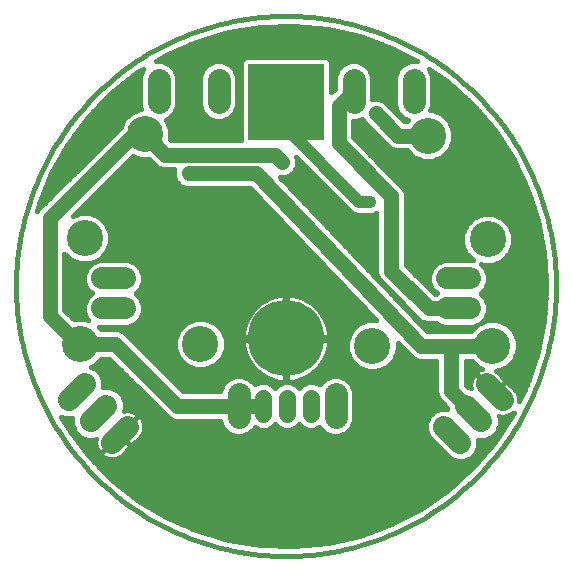
<source format=gtl>
G75*
%MOIN*%
%OFA0B0*%
%FSLAX25Y25*%
%IPPOS*%
%LPD*%
%AMOC8*
5,1,8,0,0,1.08239X$1,22.5*
%
%ADD10C,0.01600*%
%ADD11C,0.07400*%
%ADD12C,0.12000*%
%ADD13C,0.07600*%
%ADD14R,0.25400X0.25400*%
%ADD15C,0.25400*%
%ADD16C,0.07677*%
%ADD17C,0.05543*%
%ADD18C,0.05000*%
%ADD19OC8,0.03562*%
%ADD20OC8,0.09000*%
%ADD21R,0.03562X0.03562*%
%ADD22C,0.04000*%
D10*
X0033496Y0032614D02*
X0155192Y0032614D01*
X0156661Y0033949D02*
X0148427Y0026471D01*
X0139305Y0020107D01*
X0129444Y0014963D01*
X0119005Y0011121D01*
X0108162Y0008646D01*
X0097090Y0007578D01*
X0085974Y0007935D01*
X0074994Y0009710D01*
X0064331Y0012875D01*
X0054160Y0017377D01*
X0044649Y0023143D01*
X0035953Y0030078D01*
X0028215Y0038068D01*
X0021562Y0046981D01*
X0019406Y0050811D01*
X0020908Y0050189D01*
X0023092Y0050189D01*
X0023092Y0048004D01*
X0024021Y0045762D01*
X0025737Y0044046D01*
X0027979Y0043117D01*
X0030405Y0043117D01*
X0030879Y0043314D01*
X0030763Y0042579D01*
X0030763Y0041714D01*
X0030899Y0040858D01*
X0031166Y0040035D01*
X0031559Y0039264D01*
X0032068Y0038563D01*
X0032374Y0038257D01*
X0032680Y0037951D01*
X0033380Y0037442D01*
X0034152Y0037049D01*
X0034975Y0036782D01*
X0035830Y0036646D01*
X0036696Y0036646D01*
X0037551Y0036782D01*
X0038374Y0037049D01*
X0039146Y0037442D01*
X0039846Y0037951D01*
X0042768Y0040874D01*
X0038879Y0044763D01*
X0038879Y0044763D01*
X0032374Y0038257D01*
X0038879Y0044763D01*
X0045385Y0051268D01*
X0038880Y0044763D01*
X0038879Y0044763D01*
X0038880Y0044763D01*
X0042769Y0040874D01*
X0045691Y0043796D01*
X0046200Y0044496D01*
X0046593Y0045268D01*
X0046860Y0046091D01*
X0046996Y0046946D01*
X0046996Y0047812D01*
X0046860Y0048667D01*
X0046593Y0049490D01*
X0046200Y0050262D01*
X0045691Y0050962D01*
X0045385Y0051268D01*
X0045079Y0051574D01*
X0044378Y0052083D01*
X0043607Y0052476D01*
X0042784Y0052744D01*
X0041929Y0052879D01*
X0041063Y0052879D01*
X0040328Y0052763D01*
X0040525Y0053237D01*
X0040525Y0055663D01*
X0039596Y0057905D01*
X0037880Y0059621D01*
X0035638Y0060550D01*
X0033454Y0060550D01*
X0033454Y0062734D01*
X0032525Y0064976D01*
X0030809Y0066692D01*
X0029287Y0067323D01*
X0030529Y0067837D01*
X0032750Y0070058D01*
X0035404Y0070058D01*
X0053904Y0051558D01*
X0055283Y0050180D01*
X0057084Y0049434D01*
X0072286Y0049434D01*
X0072286Y0049254D01*
X0073236Y0046961D01*
X0074991Y0045206D01*
X0077284Y0044257D01*
X0079766Y0044257D01*
X0082059Y0045206D01*
X0083814Y0046961D01*
X0083897Y0047164D01*
X0085764Y0046390D01*
X0087821Y0046390D01*
X0089722Y0047178D01*
X0090730Y0048185D01*
X0091737Y0047178D01*
X0093638Y0046390D01*
X0095695Y0046390D01*
X0097596Y0047178D01*
X0098604Y0048185D01*
X0099611Y0047178D01*
X0101512Y0046390D01*
X0103569Y0046390D01*
X0105436Y0047164D01*
X0105520Y0046961D01*
X0107274Y0045206D01*
X0109567Y0044257D01*
X0112049Y0044257D01*
X0114342Y0045206D01*
X0116097Y0046961D01*
X0117047Y0049254D01*
X0117047Y0059413D01*
X0116097Y0061706D01*
X0114342Y0063461D01*
X0112049Y0064411D01*
X0109567Y0064411D01*
X0107274Y0063461D01*
X0105520Y0061706D01*
X0105436Y0061504D01*
X0103569Y0062277D01*
X0101512Y0062277D01*
X0099611Y0061490D01*
X0098604Y0060482D01*
X0097596Y0061490D01*
X0095695Y0062277D01*
X0093638Y0062277D01*
X0091737Y0061490D01*
X0090730Y0060482D01*
X0089722Y0061490D01*
X0087821Y0062277D01*
X0085764Y0062277D01*
X0083897Y0061504D01*
X0083814Y0061706D01*
X0082059Y0063461D01*
X0079766Y0064411D01*
X0077284Y0064411D01*
X0074991Y0063461D01*
X0073236Y0061706D01*
X0072286Y0059413D01*
X0072286Y0059234D01*
X0060088Y0059234D01*
X0041588Y0077734D01*
X0040210Y0079112D01*
X0038409Y0079858D01*
X0032750Y0079858D01*
X0031859Y0080748D01*
X0031895Y0080734D01*
X0041722Y0080734D01*
X0043964Y0081662D01*
X0045680Y0083378D01*
X0046608Y0085620D01*
X0046608Y0088047D01*
X0045680Y0090289D01*
X0044135Y0091834D01*
X0045680Y0093378D01*
X0046608Y0095620D01*
X0046608Y0098047D01*
X0045680Y0100289D01*
X0043964Y0102005D01*
X0041722Y0102934D01*
X0031895Y0102934D01*
X0029653Y0102005D01*
X0027937Y0100289D01*
X0027008Y0098047D01*
X0027008Y0095620D01*
X0027937Y0093378D01*
X0029482Y0091834D01*
X0027937Y0090289D01*
X0027008Y0088047D01*
X0027008Y0085620D01*
X0027937Y0083378D01*
X0028322Y0082993D01*
X0027441Y0083358D01*
X0024100Y0083358D01*
X0023650Y0083172D01*
X0020458Y0086363D01*
X0020458Y0105156D01*
X0022479Y0103135D01*
X0025566Y0101856D01*
X0028908Y0101856D01*
X0031995Y0103135D01*
X0034358Y0105498D01*
X0035637Y0108585D01*
X0035637Y0111927D01*
X0034358Y0115014D01*
X0031995Y0117377D01*
X0028908Y0118656D01*
X0025566Y0118656D01*
X0023422Y0117768D01*
X0043152Y0137497D01*
X0045566Y0136497D01*
X0048708Y0136497D01*
X0049897Y0135308D01*
X0051275Y0133930D01*
X0053076Y0133184D01*
X0057064Y0133184D01*
X0056908Y0132808D01*
X0056908Y0130859D01*
X0057654Y0129058D01*
X0059033Y0127680D01*
X0060834Y0126934D01*
X0082215Y0126934D01*
X0124391Y0082841D01*
X0121418Y0082841D01*
X0118331Y0081562D01*
X0115968Y0079199D01*
X0114689Y0076111D01*
X0114689Y0072770D01*
X0115968Y0069682D01*
X0118331Y0067319D01*
X0121418Y0066041D01*
X0124760Y0066041D01*
X0127847Y0067319D01*
X0130210Y0069682D01*
X0131489Y0072770D01*
X0131489Y0075420D01*
X0135133Y0071610D01*
X0135154Y0071558D01*
X0135805Y0070907D01*
X0136441Y0070242D01*
X0136493Y0070220D01*
X0136533Y0070180D01*
X0137383Y0069828D01*
X0138225Y0069457D01*
X0138281Y0069455D01*
X0138334Y0069434D01*
X0139254Y0069434D01*
X0140174Y0069413D01*
X0140227Y0069434D01*
X0144408Y0069434D01*
X0144408Y0058359D01*
X0145154Y0056558D01*
X0146533Y0055180D01*
X0148092Y0053620D01*
X0148092Y0053479D01*
X0145908Y0053479D01*
X0143666Y0052550D01*
X0141950Y0050834D01*
X0141021Y0048592D01*
X0141021Y0046166D01*
X0141950Y0043924D01*
X0148898Y0036975D01*
X0151140Y0036046D01*
X0153567Y0036046D01*
X0155809Y0036975D01*
X0157525Y0038691D01*
X0158454Y0040933D01*
X0158454Y0043117D01*
X0160638Y0043117D01*
X0162880Y0044046D01*
X0164596Y0045762D01*
X0165525Y0048004D01*
X0165525Y0050431D01*
X0165328Y0050905D01*
X0166063Y0050789D01*
X0166929Y0050789D01*
X0167784Y0050924D01*
X0168607Y0051191D01*
X0169378Y0051585D01*
X0170079Y0052093D01*
X0170138Y0052152D01*
X0169939Y0051739D01*
X0163871Y0042418D01*
X0156661Y0033949D01*
X0156886Y0034213D02*
X0031948Y0034213D01*
X0030400Y0035811D02*
X0158247Y0035811D01*
X0159608Y0037410D02*
X0156244Y0037410D01*
X0157656Y0039008D02*
X0160969Y0039008D01*
X0162329Y0040607D02*
X0158318Y0040607D01*
X0158454Y0042205D02*
X0163690Y0042205D01*
X0164773Y0043804D02*
X0162295Y0043804D01*
X0164236Y0045403D02*
X0165814Y0045403D01*
X0165109Y0047001D02*
X0166854Y0047001D01*
X0167895Y0048600D02*
X0165525Y0048600D01*
X0165525Y0050198D02*
X0168935Y0050198D01*
X0169670Y0051797D02*
X0169966Y0051797D01*
X0171996Y0056011D02*
X0171996Y0056721D01*
X0171860Y0057576D01*
X0171593Y0058400D01*
X0171200Y0059171D01*
X0170691Y0059872D01*
X0167768Y0062794D01*
X0164846Y0065716D01*
X0164400Y0066041D01*
X0164760Y0066041D01*
X0167847Y0067319D01*
X0170210Y0069682D01*
X0171489Y0072770D01*
X0171489Y0076111D01*
X0170210Y0079199D01*
X0167847Y0081562D01*
X0164760Y0082841D01*
X0161418Y0082841D01*
X0159239Y0081938D01*
X0160680Y0083378D01*
X0161608Y0085620D01*
X0161608Y0088047D01*
X0160680Y0090289D01*
X0159135Y0091834D01*
X0160680Y0093378D01*
X0161608Y0095620D01*
X0161608Y0098047D01*
X0160680Y0100289D01*
X0159302Y0101667D01*
X0159847Y0101441D01*
X0163189Y0101441D01*
X0166276Y0102720D01*
X0168639Y0105083D01*
X0169918Y0108170D01*
X0169918Y0111512D01*
X0168639Y0114599D01*
X0166276Y0116962D01*
X0163189Y0118241D01*
X0159847Y0118241D01*
X0156760Y0116962D01*
X0154397Y0114599D01*
X0153118Y0111512D01*
X0153118Y0108170D01*
X0154397Y0105083D01*
X0156546Y0102934D01*
X0146895Y0102934D01*
X0144653Y0102005D01*
X0142937Y0100289D01*
X0142008Y0098047D01*
X0142008Y0095620D01*
X0142937Y0093378D01*
X0144482Y0091834D01*
X0144382Y0091734D01*
X0143838Y0091734D01*
X0134208Y0101363D01*
X0134208Y0125308D01*
X0133462Y0127109D01*
X0116708Y0143863D01*
X0116708Y0149334D01*
X0118042Y0149334D01*
X0119747Y0150040D01*
X0120154Y0149058D01*
X0128884Y0140328D01*
X0130685Y0139582D01*
X0132635Y0139582D01*
X0134539Y0139582D01*
X0136760Y0137361D01*
X0139847Y0136082D01*
X0143189Y0136082D01*
X0146276Y0137361D01*
X0148639Y0139724D01*
X0149918Y0142811D01*
X0149918Y0146153D01*
X0148639Y0149240D01*
X0146276Y0151603D01*
X0143189Y0152882D01*
X0142421Y0152882D01*
X0143008Y0154301D01*
X0143008Y0164367D01*
X0142071Y0166631D01*
X0148427Y0162197D01*
X0156661Y0154719D01*
X0163871Y0146250D01*
X0169939Y0136928D01*
X0174765Y0126907D01*
X0178270Y0116351D01*
X0180396Y0105434D01*
X0181108Y0094334D01*
X0180396Y0083234D01*
X0180396Y0083234D01*
X0178270Y0072317D01*
X0174765Y0061761D01*
X0171996Y0056011D01*
X0171996Y0056592D02*
X0172276Y0056592D01*
X0171661Y0058191D02*
X0173045Y0058191D01*
X0173815Y0059789D02*
X0170751Y0059789D01*
X0169175Y0061388D02*
X0174585Y0061388D01*
X0175172Y0062986D02*
X0167576Y0062986D01*
X0167768Y0062794D02*
X0163879Y0058905D01*
X0157374Y0065410D01*
X0157068Y0065104D01*
X0156559Y0064404D01*
X0156166Y0063632D01*
X0155899Y0062809D01*
X0155763Y0061954D01*
X0155763Y0061088D01*
X0155879Y0060354D01*
X0155405Y0060550D01*
X0155022Y0060550D01*
X0154208Y0061363D01*
X0154208Y0069434D01*
X0156216Y0069434D01*
X0158331Y0067319D01*
X0159640Y0066777D01*
X0159152Y0066618D01*
X0158380Y0066225D01*
X0157680Y0065716D01*
X0157374Y0065410D01*
X0163879Y0058905D01*
X0163879Y0058905D01*
X0163880Y0058905D01*
X0167768Y0062794D01*
X0166362Y0061388D02*
X0166362Y0061388D01*
X0164764Y0059789D02*
X0164764Y0059789D01*
X0162995Y0059789D02*
X0162995Y0059789D01*
X0161397Y0061388D02*
X0161396Y0061388D01*
X0159798Y0062986D02*
X0159798Y0062986D01*
X0158200Y0064585D02*
X0158199Y0064585D01*
X0156691Y0064585D02*
X0154208Y0064585D01*
X0154208Y0066183D02*
X0158323Y0066183D01*
X0157868Y0067782D02*
X0154208Y0067782D01*
X0154208Y0069380D02*
X0156270Y0069380D01*
X0155956Y0062986D02*
X0154208Y0062986D01*
X0154208Y0061388D02*
X0155763Y0061388D01*
X0165104Y0066183D02*
X0176233Y0066183D01*
X0175702Y0064585D02*
X0165978Y0064585D01*
X0168309Y0067782D02*
X0176764Y0067782D01*
X0177295Y0069380D02*
X0169908Y0069380D01*
X0170747Y0070979D02*
X0177825Y0070979D01*
X0178320Y0072577D02*
X0171409Y0072577D01*
X0171489Y0074176D02*
X0178632Y0074176D01*
X0178943Y0075774D02*
X0171489Y0075774D01*
X0170966Y0077373D02*
X0179254Y0077373D01*
X0179566Y0078971D02*
X0170304Y0078971D01*
X0168839Y0080570D02*
X0179877Y0080570D01*
X0180188Y0082168D02*
X0166383Y0082168D01*
X0160841Y0083767D02*
X0180430Y0083767D01*
X0180533Y0085365D02*
X0161503Y0085365D01*
X0161608Y0086964D02*
X0180635Y0086964D01*
X0180738Y0088562D02*
X0161395Y0088562D01*
X0160733Y0090161D02*
X0180840Y0090161D01*
X0180943Y0091759D02*
X0159209Y0091759D01*
X0160659Y0093358D02*
X0181046Y0093358D01*
X0181068Y0094956D02*
X0161333Y0094956D01*
X0161608Y0096555D02*
X0180966Y0096555D01*
X0180863Y0098153D02*
X0161564Y0098153D01*
X0160902Y0099752D02*
X0180760Y0099752D01*
X0180658Y0101350D02*
X0159618Y0101350D01*
X0156531Y0102949D02*
X0134208Y0102949D01*
X0134208Y0104547D02*
X0154932Y0104547D01*
X0153957Y0106146D02*
X0134208Y0106146D01*
X0134208Y0107744D02*
X0153294Y0107744D01*
X0153118Y0109343D02*
X0134208Y0109343D01*
X0134208Y0110941D02*
X0153118Y0110941D01*
X0153544Y0112540D02*
X0134208Y0112540D01*
X0134208Y0114138D02*
X0154206Y0114138D01*
X0155535Y0115737D02*
X0134208Y0115737D01*
X0134208Y0117336D02*
X0157661Y0117336D01*
X0165375Y0117336D02*
X0177943Y0117336D01*
X0178389Y0115737D02*
X0167501Y0115737D01*
X0168830Y0114138D02*
X0178700Y0114138D01*
X0179012Y0112540D02*
X0169492Y0112540D01*
X0169918Y0110941D02*
X0179323Y0110941D01*
X0179634Y0109343D02*
X0169918Y0109343D01*
X0169742Y0107744D02*
X0179946Y0107744D01*
X0180257Y0106146D02*
X0169080Y0106146D01*
X0168104Y0104547D02*
X0180453Y0104547D01*
X0180555Y0102949D02*
X0166505Y0102949D01*
X0177412Y0118934D02*
X0134208Y0118934D01*
X0134208Y0120533D02*
X0176881Y0120533D01*
X0176350Y0122131D02*
X0134208Y0122131D01*
X0134208Y0123730D02*
X0175820Y0123730D01*
X0175289Y0125328D02*
X0134200Y0125328D01*
X0133538Y0126927D02*
X0174755Y0126927D01*
X0173985Y0128525D02*
X0132047Y0128525D01*
X0130448Y0130124D02*
X0173216Y0130124D01*
X0172446Y0131722D02*
X0128850Y0131722D01*
X0127251Y0133321D02*
X0171676Y0133321D01*
X0170906Y0134919D02*
X0125653Y0134919D01*
X0124054Y0136518D02*
X0138795Y0136518D01*
X0136005Y0138116D02*
X0122456Y0138116D01*
X0120857Y0139715D02*
X0130365Y0139715D01*
X0127899Y0141313D02*
X0119259Y0141313D01*
X0117660Y0142912D02*
X0126301Y0142912D01*
X0124702Y0144510D02*
X0116708Y0144510D01*
X0116708Y0146109D02*
X0123104Y0146109D01*
X0121505Y0147707D02*
X0116708Y0147707D01*
X0116708Y0149306D02*
X0120052Y0149306D01*
X0123008Y0156599D02*
X0123008Y0164367D01*
X0122064Y0166646D01*
X0120320Y0168390D01*
X0118042Y0169334D01*
X0115575Y0169334D01*
X0113296Y0168390D01*
X0111552Y0166646D01*
X0110608Y0164367D01*
X0110608Y0160063D01*
X0109408Y0158863D01*
X0109408Y0168751D01*
X0109043Y0169633D01*
X0108368Y0170309D01*
X0107486Y0170674D01*
X0081131Y0170674D01*
X0080249Y0170309D01*
X0079574Y0169633D01*
X0079208Y0168751D01*
X0079208Y0142984D01*
X0056080Y0142984D01*
X0055637Y0143427D01*
X0055637Y0146568D01*
X0054358Y0149655D01*
X0054200Y0149814D01*
X0055320Y0150278D01*
X0057064Y0152022D01*
X0058008Y0154301D01*
X0058008Y0164367D01*
X0057064Y0166646D01*
X0055320Y0168390D01*
X0053042Y0169334D01*
X0050932Y0169334D01*
X0054160Y0171291D01*
X0064331Y0175793D01*
X0074994Y0178958D01*
X0085974Y0180733D01*
X0097090Y0181089D01*
X0108162Y0180021D01*
X0119005Y0177546D01*
X0129444Y0173705D01*
X0137822Y0169334D01*
X0135575Y0169334D01*
X0133296Y0168390D01*
X0131552Y0166646D01*
X0130608Y0164367D01*
X0130608Y0154301D01*
X0131552Y0152022D01*
X0133296Y0150278D01*
X0134808Y0149651D01*
X0134539Y0149382D01*
X0133690Y0149382D01*
X0127084Y0155988D01*
X0125283Y0156734D01*
X0123334Y0156734D01*
X0123008Y0156599D01*
X0123008Y0157298D02*
X0130608Y0157298D01*
X0130608Y0155700D02*
X0127372Y0155700D01*
X0128970Y0154101D02*
X0130691Y0154101D01*
X0130569Y0152503D02*
X0131353Y0152503D01*
X0132167Y0150904D02*
X0132670Y0150904D01*
X0130608Y0158897D02*
X0123008Y0158897D01*
X0123008Y0160495D02*
X0130608Y0160495D01*
X0130608Y0162094D02*
X0123008Y0162094D01*
X0123008Y0163692D02*
X0130608Y0163692D01*
X0130991Y0165291D02*
X0122626Y0165291D01*
X0121821Y0166889D02*
X0131796Y0166889D01*
X0133533Y0168488D02*
X0120084Y0168488D01*
X0113533Y0168488D02*
X0109408Y0168488D01*
X0109408Y0166889D02*
X0111796Y0166889D01*
X0110991Y0165291D02*
X0109408Y0165291D01*
X0109408Y0163692D02*
X0110608Y0163692D01*
X0110608Y0162094D02*
X0109408Y0162094D01*
X0109408Y0160495D02*
X0110608Y0160495D01*
X0109442Y0158897D02*
X0109408Y0158897D01*
X0108590Y0170086D02*
X0136379Y0170086D01*
X0133315Y0171685D02*
X0055051Y0171685D01*
X0055084Y0168488D02*
X0068533Y0168488D01*
X0068296Y0168390D02*
X0066552Y0166646D01*
X0065608Y0164367D01*
X0065608Y0154301D01*
X0066552Y0152022D01*
X0068296Y0150278D01*
X0070575Y0149334D01*
X0073042Y0149334D01*
X0075320Y0150278D01*
X0077064Y0152022D01*
X0078008Y0154301D01*
X0078008Y0164367D01*
X0077064Y0166646D01*
X0075320Y0168390D01*
X0073042Y0169334D01*
X0070575Y0169334D01*
X0068296Y0168390D01*
X0066796Y0166889D02*
X0056821Y0166889D01*
X0057626Y0165291D02*
X0065991Y0165291D01*
X0065608Y0163692D02*
X0058008Y0163692D01*
X0058008Y0162094D02*
X0065608Y0162094D01*
X0065608Y0160495D02*
X0058008Y0160495D01*
X0058008Y0158897D02*
X0065608Y0158897D01*
X0065608Y0157298D02*
X0058008Y0157298D01*
X0058008Y0155700D02*
X0065608Y0155700D01*
X0065691Y0154101D02*
X0057926Y0154101D01*
X0057264Y0152503D02*
X0066353Y0152503D01*
X0067670Y0150904D02*
X0055947Y0150904D01*
X0054503Y0149306D02*
X0079208Y0149306D01*
X0079208Y0150904D02*
X0075947Y0150904D01*
X0077264Y0152503D02*
X0079208Y0152503D01*
X0079208Y0154101D02*
X0077926Y0154101D01*
X0078008Y0155700D02*
X0079208Y0155700D01*
X0079208Y0157298D02*
X0078008Y0157298D01*
X0078008Y0158897D02*
X0079208Y0158897D01*
X0079208Y0160495D02*
X0078008Y0160495D01*
X0078008Y0162094D02*
X0079208Y0162094D01*
X0079208Y0163692D02*
X0078008Y0163692D01*
X0077626Y0165291D02*
X0079208Y0165291D01*
X0079208Y0166889D02*
X0076821Y0166889D01*
X0075084Y0168488D02*
X0079208Y0168488D01*
X0080027Y0170086D02*
X0052174Y0170086D01*
X0046636Y0166729D02*
X0046552Y0166646D01*
X0045608Y0164367D01*
X0045608Y0154301D01*
X0046024Y0153297D01*
X0045566Y0153297D01*
X0042479Y0152018D01*
X0040116Y0149655D01*
X0039173Y0147378D01*
X0011404Y0119609D01*
X0011354Y0119488D01*
X0011930Y0121685D01*
X0016104Y0131995D01*
X0021562Y0141686D01*
X0028215Y0150600D01*
X0035953Y0158590D01*
X0044649Y0165525D01*
X0046636Y0166729D01*
X0045991Y0165291D02*
X0044355Y0165291D01*
X0045608Y0163692D02*
X0042351Y0163692D01*
X0040346Y0162094D02*
X0045608Y0162094D01*
X0045608Y0160495D02*
X0038342Y0160495D01*
X0036337Y0158897D02*
X0045608Y0158897D01*
X0045608Y0157298D02*
X0034702Y0157298D01*
X0033154Y0155700D02*
X0045608Y0155700D01*
X0045691Y0154101D02*
X0031606Y0154101D01*
X0030058Y0152503D02*
X0043649Y0152503D01*
X0041365Y0150904D02*
X0028509Y0150904D01*
X0027249Y0149306D02*
X0039971Y0149306D01*
X0039309Y0147707D02*
X0026056Y0147707D01*
X0024863Y0146109D02*
X0037904Y0146109D01*
X0036305Y0144510D02*
X0023670Y0144510D01*
X0022477Y0142912D02*
X0034707Y0142912D01*
X0033108Y0141313D02*
X0021352Y0141313D01*
X0020452Y0139715D02*
X0031510Y0139715D01*
X0029911Y0138116D02*
X0019552Y0138116D01*
X0018651Y0136518D02*
X0028313Y0136518D01*
X0026714Y0134919D02*
X0017751Y0134919D01*
X0016851Y0133321D02*
X0025116Y0133321D01*
X0023517Y0131722D02*
X0015994Y0131722D01*
X0015347Y0130124D02*
X0021919Y0130124D01*
X0020320Y0128525D02*
X0014699Y0128525D01*
X0014052Y0126927D02*
X0018722Y0126927D01*
X0017123Y0125328D02*
X0013405Y0125328D01*
X0012758Y0123730D02*
X0015524Y0123730D01*
X0013926Y0122131D02*
X0012111Y0122131D01*
X0012327Y0120533D02*
X0011628Y0120533D01*
X0024588Y0118934D02*
X0089867Y0118934D01*
X0091396Y0117336D02*
X0032037Y0117336D01*
X0033636Y0115737D02*
X0092925Y0115737D01*
X0094454Y0114138D02*
X0034721Y0114138D01*
X0035383Y0112540D02*
X0095983Y0112540D01*
X0097512Y0110941D02*
X0035637Y0110941D01*
X0035637Y0109343D02*
X0099041Y0109343D01*
X0100570Y0107744D02*
X0035289Y0107744D01*
X0034627Y0106146D02*
X0102099Y0106146D01*
X0103628Y0104547D02*
X0033408Y0104547D01*
X0031546Y0102949D02*
X0105157Y0102949D01*
X0106686Y0101350D02*
X0044618Y0101350D01*
X0045902Y0099752D02*
X0108215Y0099752D01*
X0109744Y0098153D02*
X0046564Y0098153D01*
X0046608Y0096555D02*
X0111273Y0096555D01*
X0112802Y0094956D02*
X0046333Y0094956D01*
X0045659Y0093358D02*
X0114331Y0093358D01*
X0115860Y0091759D02*
X0044209Y0091759D01*
X0045733Y0090161D02*
X0088592Y0090161D01*
X0088101Y0089957D02*
X0086845Y0089286D01*
X0085660Y0088494D01*
X0084559Y0087591D01*
X0083552Y0086583D01*
X0082648Y0085482D01*
X0081856Y0084297D01*
X0081185Y0083041D01*
X0080639Y0081725D01*
X0080226Y0080361D01*
X0079948Y0078964D01*
X0079808Y0077546D01*
X0079808Y0077313D01*
X0093829Y0077313D01*
X0093829Y0076354D01*
X0094788Y0076354D01*
X0094788Y0062334D01*
X0095021Y0062334D01*
X0096438Y0062473D01*
X0097836Y0062751D01*
X0099199Y0063165D01*
X0100515Y0063710D01*
X0101772Y0064382D01*
X0102956Y0065173D01*
X0104058Y0066077D01*
X0105065Y0067084D01*
X0105969Y0068186D01*
X0106760Y0069370D01*
X0107432Y0070627D01*
X0107977Y0071943D01*
X0108391Y0073306D01*
X0108669Y0074704D01*
X0108808Y0076121D01*
X0108808Y0076354D01*
X0094788Y0076354D01*
X0094788Y0077313D01*
X0108808Y0077313D01*
X0108808Y0077546D01*
X0108669Y0078964D01*
X0108391Y0080361D01*
X0107977Y0081725D01*
X0107432Y0083041D01*
X0106760Y0084297D01*
X0105969Y0085482D01*
X0105065Y0086583D01*
X0104058Y0087591D01*
X0102956Y0088494D01*
X0101772Y0089286D01*
X0100515Y0089957D01*
X0099199Y0090503D01*
X0097836Y0090916D01*
X0096438Y0091194D01*
X0095021Y0091334D01*
X0094788Y0091334D01*
X0094788Y0077313D01*
X0093829Y0077313D01*
X0093829Y0091334D01*
X0093596Y0091334D01*
X0092178Y0091194D01*
X0090781Y0090916D01*
X0089418Y0090503D01*
X0088101Y0089957D01*
X0085762Y0088562D02*
X0046395Y0088562D01*
X0046608Y0086964D02*
X0083932Y0086964D01*
X0082570Y0085365D02*
X0046503Y0085365D01*
X0045841Y0083767D02*
X0081573Y0083767D01*
X0080823Y0082168D02*
X0070314Y0082168D01*
X0070529Y0082079D02*
X0067441Y0083358D01*
X0064100Y0083358D01*
X0061012Y0082079D01*
X0058649Y0079716D01*
X0057370Y0076629D01*
X0057370Y0073287D01*
X0058649Y0070200D01*
X0061012Y0067837D01*
X0064100Y0066558D01*
X0067441Y0066558D01*
X0070529Y0067837D01*
X0072892Y0070200D01*
X0074170Y0073287D01*
X0074170Y0076629D01*
X0072892Y0079716D01*
X0070529Y0082079D01*
X0072038Y0080570D02*
X0080289Y0080570D01*
X0079949Y0078971D02*
X0073200Y0078971D01*
X0073862Y0077373D02*
X0079808Y0077373D01*
X0079808Y0076354D02*
X0079808Y0076121D01*
X0079948Y0074704D01*
X0080226Y0073306D01*
X0080639Y0071943D01*
X0081185Y0070627D01*
X0081856Y0069370D01*
X0082648Y0068186D01*
X0083552Y0067084D01*
X0084559Y0066077D01*
X0085660Y0065173D01*
X0086845Y0064382D01*
X0088101Y0063710D01*
X0089418Y0063165D01*
X0090781Y0062751D01*
X0092178Y0062473D01*
X0093596Y0062334D01*
X0093829Y0062334D01*
X0093829Y0076354D01*
X0079808Y0076354D01*
X0079843Y0075774D02*
X0074170Y0075774D01*
X0074170Y0074176D02*
X0080053Y0074176D01*
X0080447Y0072577D02*
X0073876Y0072577D01*
X0073214Y0070979D02*
X0081039Y0070979D01*
X0081851Y0069380D02*
X0072072Y0069380D01*
X0070395Y0067782D02*
X0082979Y0067782D01*
X0084453Y0066183D02*
X0053139Y0066183D01*
X0054737Y0064585D02*
X0086541Y0064585D01*
X0090007Y0062986D02*
X0082534Y0062986D01*
X0089824Y0061388D02*
X0091635Y0061388D01*
X0093829Y0062986D02*
X0094788Y0062986D01*
X0094788Y0064585D02*
X0093829Y0064585D01*
X0093829Y0066183D02*
X0094788Y0066183D01*
X0094788Y0067782D02*
X0093829Y0067782D01*
X0093829Y0069380D02*
X0094788Y0069380D01*
X0094788Y0070979D02*
X0093829Y0070979D01*
X0093829Y0072577D02*
X0094788Y0072577D01*
X0094788Y0074176D02*
X0093829Y0074176D01*
X0093829Y0075774D02*
X0094788Y0075774D01*
X0094788Y0077373D02*
X0093829Y0077373D01*
X0093829Y0078971D02*
X0094788Y0078971D01*
X0094788Y0080570D02*
X0093829Y0080570D01*
X0093829Y0082168D02*
X0094788Y0082168D01*
X0094788Y0083767D02*
X0093829Y0083767D01*
X0093829Y0085365D02*
X0094788Y0085365D01*
X0094788Y0086964D02*
X0093829Y0086964D01*
X0093829Y0088562D02*
X0094788Y0088562D01*
X0094788Y0090161D02*
X0093829Y0090161D01*
X0004308Y0094334D02*
X0004335Y0096543D01*
X0004416Y0098750D01*
X0004552Y0100955D01*
X0004741Y0103156D01*
X0004985Y0105351D01*
X0005282Y0107540D01*
X0005633Y0109721D01*
X0006037Y0111892D01*
X0006495Y0114053D01*
X0007005Y0116202D01*
X0007568Y0118338D01*
X0008183Y0120460D01*
X0008850Y0122565D01*
X0009569Y0124654D01*
X0010339Y0126725D01*
X0011159Y0128776D01*
X0012029Y0130806D01*
X0012949Y0132814D01*
X0013918Y0134799D01*
X0014935Y0136760D01*
X0016000Y0138695D01*
X0017112Y0140603D01*
X0018271Y0142484D01*
X0019476Y0144335D01*
X0020725Y0146157D01*
X0022019Y0147947D01*
X0023357Y0149705D01*
X0024737Y0151429D01*
X0026159Y0153120D01*
X0027622Y0154774D01*
X0029126Y0156393D01*
X0030668Y0157974D01*
X0032249Y0159516D01*
X0033868Y0161020D01*
X0035522Y0162483D01*
X0037213Y0163905D01*
X0038937Y0165285D01*
X0040695Y0166623D01*
X0042485Y0167917D01*
X0044307Y0169166D01*
X0046158Y0170371D01*
X0048039Y0171530D01*
X0049947Y0172642D01*
X0051882Y0173707D01*
X0053843Y0174724D01*
X0055828Y0175693D01*
X0057836Y0176613D01*
X0059866Y0177483D01*
X0061917Y0178303D01*
X0063988Y0179073D01*
X0066077Y0179792D01*
X0068182Y0180459D01*
X0070304Y0181074D01*
X0072440Y0181637D01*
X0074589Y0182147D01*
X0076750Y0182605D01*
X0078921Y0183009D01*
X0081102Y0183360D01*
X0083291Y0183657D01*
X0085486Y0183901D01*
X0087687Y0184090D01*
X0089892Y0184226D01*
X0092099Y0184307D01*
X0094308Y0184334D01*
X0096517Y0184307D01*
X0098724Y0184226D01*
X0100929Y0184090D01*
X0103130Y0183901D01*
X0105325Y0183657D01*
X0107514Y0183360D01*
X0109695Y0183009D01*
X0111866Y0182605D01*
X0114027Y0182147D01*
X0116176Y0181637D01*
X0118312Y0181074D01*
X0120434Y0180459D01*
X0122539Y0179792D01*
X0124628Y0179073D01*
X0126699Y0178303D01*
X0128750Y0177483D01*
X0130780Y0176613D01*
X0132788Y0175693D01*
X0134773Y0174724D01*
X0136734Y0173707D01*
X0138669Y0172642D01*
X0140577Y0171530D01*
X0142458Y0170371D01*
X0144309Y0169166D01*
X0146131Y0167917D01*
X0147921Y0166623D01*
X0149679Y0165285D01*
X0151403Y0163905D01*
X0153094Y0162483D01*
X0154748Y0161020D01*
X0156367Y0159516D01*
X0157948Y0157974D01*
X0159490Y0156393D01*
X0160994Y0154774D01*
X0162457Y0153120D01*
X0163879Y0151429D01*
X0165259Y0149705D01*
X0166597Y0147947D01*
X0167891Y0146157D01*
X0169140Y0144335D01*
X0170345Y0142484D01*
X0171504Y0140603D01*
X0172616Y0138695D01*
X0173681Y0136760D01*
X0174698Y0134799D01*
X0175667Y0132814D01*
X0176587Y0130806D01*
X0177457Y0128776D01*
X0178277Y0126725D01*
X0179047Y0124654D01*
X0179766Y0122565D01*
X0180433Y0120460D01*
X0181048Y0118338D01*
X0181611Y0116202D01*
X0182121Y0114053D01*
X0182579Y0111892D01*
X0182983Y0109721D01*
X0183334Y0107540D01*
X0183631Y0105351D01*
X0183875Y0103156D01*
X0184064Y0100955D01*
X0184200Y0098750D01*
X0184281Y0096543D01*
X0184308Y0094334D01*
X0184281Y0092125D01*
X0184200Y0089918D01*
X0184064Y0087713D01*
X0183875Y0085512D01*
X0183631Y0083317D01*
X0183334Y0081128D01*
X0182983Y0078947D01*
X0182579Y0076776D01*
X0182121Y0074615D01*
X0181611Y0072466D01*
X0181048Y0070330D01*
X0180433Y0068208D01*
X0179766Y0066103D01*
X0179047Y0064014D01*
X0178277Y0061943D01*
X0177457Y0059892D01*
X0176587Y0057862D01*
X0175667Y0055854D01*
X0174698Y0053869D01*
X0173681Y0051908D01*
X0172616Y0049973D01*
X0171504Y0048065D01*
X0170345Y0046184D01*
X0169140Y0044333D01*
X0167891Y0042511D01*
X0166597Y0040721D01*
X0165259Y0038963D01*
X0163879Y0037239D01*
X0162457Y0035548D01*
X0160994Y0033894D01*
X0159490Y0032275D01*
X0157948Y0030694D01*
X0156367Y0029152D01*
X0154748Y0027648D01*
X0153094Y0026185D01*
X0151403Y0024763D01*
X0149679Y0023383D01*
X0147921Y0022045D01*
X0146131Y0020751D01*
X0144309Y0019502D01*
X0142458Y0018297D01*
X0140577Y0017138D01*
X0138669Y0016026D01*
X0136734Y0014961D01*
X0134773Y0013944D01*
X0132788Y0012975D01*
X0130780Y0012055D01*
X0128750Y0011185D01*
X0126699Y0010365D01*
X0124628Y0009595D01*
X0122539Y0008876D01*
X0120434Y0008209D01*
X0118312Y0007594D01*
X0116176Y0007031D01*
X0114027Y0006521D01*
X0111866Y0006063D01*
X0109695Y0005659D01*
X0107514Y0005308D01*
X0105325Y0005011D01*
X0103130Y0004767D01*
X0100929Y0004578D01*
X0098724Y0004442D01*
X0096517Y0004361D01*
X0094308Y0004334D01*
X0092099Y0004361D01*
X0089892Y0004442D01*
X0087687Y0004578D01*
X0085486Y0004767D01*
X0083291Y0005011D01*
X0081102Y0005308D01*
X0078921Y0005659D01*
X0076750Y0006063D01*
X0074589Y0006521D01*
X0072440Y0007031D01*
X0070304Y0007594D01*
X0068182Y0008209D01*
X0066077Y0008876D01*
X0063988Y0009595D01*
X0061917Y0010365D01*
X0059866Y0011185D01*
X0057836Y0012055D01*
X0055828Y0012975D01*
X0053843Y0013944D01*
X0051882Y0014961D01*
X0049947Y0016026D01*
X0048039Y0017138D01*
X0046158Y0018297D01*
X0044307Y0019502D01*
X0042485Y0020751D01*
X0040695Y0022045D01*
X0038937Y0023383D01*
X0037213Y0024763D01*
X0035522Y0026185D01*
X0033868Y0027648D01*
X0032249Y0029152D01*
X0030668Y0030694D01*
X0029126Y0032275D01*
X0027622Y0033894D01*
X0026159Y0035548D01*
X0024737Y0037239D01*
X0023357Y0038963D01*
X0022019Y0040721D01*
X0020725Y0042511D01*
X0019476Y0044333D01*
X0018271Y0046184D01*
X0017112Y0048065D01*
X0016000Y0049973D01*
X0014935Y0051908D01*
X0013918Y0053869D01*
X0012949Y0055854D01*
X0012029Y0057862D01*
X0011159Y0059892D01*
X0010339Y0061943D01*
X0009569Y0064014D01*
X0008850Y0066103D01*
X0008183Y0068208D01*
X0007568Y0070330D01*
X0007005Y0072466D01*
X0006495Y0074615D01*
X0006037Y0076776D01*
X0005633Y0078947D01*
X0005282Y0081128D01*
X0004985Y0083317D01*
X0004741Y0085512D01*
X0004552Y0087713D01*
X0004416Y0089918D01*
X0004335Y0092125D01*
X0004308Y0094334D01*
X0020458Y0094956D02*
X0027283Y0094956D01*
X0027008Y0096555D02*
X0020458Y0096555D01*
X0020458Y0098153D02*
X0027052Y0098153D01*
X0027714Y0099752D02*
X0020458Y0099752D01*
X0020458Y0101350D02*
X0028998Y0101350D01*
X0022928Y0102949D02*
X0020458Y0102949D01*
X0020458Y0104547D02*
X0021067Y0104547D01*
X0020458Y0093358D02*
X0027958Y0093358D01*
X0029407Y0091759D02*
X0020458Y0091759D01*
X0020458Y0090161D02*
X0027884Y0090161D01*
X0027222Y0088562D02*
X0020458Y0088562D01*
X0020458Y0086964D02*
X0027008Y0086964D01*
X0027114Y0085365D02*
X0021456Y0085365D01*
X0023055Y0083767D02*
X0027776Y0083767D01*
X0032038Y0080570D02*
X0059503Y0080570D01*
X0058341Y0078971D02*
X0040350Y0078971D01*
X0041588Y0077734D02*
X0041588Y0077734D01*
X0041949Y0077373D02*
X0057679Y0077373D01*
X0057370Y0075774D02*
X0043547Y0075774D01*
X0045146Y0074176D02*
X0057370Y0074176D01*
X0057665Y0072577D02*
X0046745Y0072577D01*
X0048343Y0070979D02*
X0058327Y0070979D01*
X0059469Y0069380D02*
X0049942Y0069380D01*
X0051540Y0067782D02*
X0061146Y0067782D01*
X0056336Y0062986D02*
X0074516Y0062986D01*
X0073104Y0061388D02*
X0057934Y0061388D01*
X0059533Y0059789D02*
X0072442Y0059789D01*
X0072557Y0048600D02*
X0046871Y0048600D01*
X0046996Y0047001D02*
X0073220Y0047001D01*
X0074795Y0045403D02*
X0046637Y0045403D01*
X0045697Y0043804D02*
X0142069Y0043804D01*
X0141337Y0045403D02*
X0114538Y0045403D01*
X0116114Y0047001D02*
X0141021Y0047001D01*
X0141024Y0048600D02*
X0116776Y0048600D01*
X0117047Y0050198D02*
X0141686Y0050198D01*
X0142912Y0051797D02*
X0117047Y0051797D01*
X0117047Y0053395D02*
X0145705Y0053395D01*
X0146719Y0054994D02*
X0117047Y0054994D01*
X0117047Y0056592D02*
X0145140Y0056592D01*
X0144478Y0058191D02*
X0117047Y0058191D01*
X0116891Y0059789D02*
X0144408Y0059789D01*
X0144408Y0061388D02*
X0116229Y0061388D01*
X0114817Y0062986D02*
X0144408Y0062986D01*
X0144408Y0064585D02*
X0102076Y0064585D01*
X0104164Y0066183D02*
X0121074Y0066183D01*
X0117868Y0067782D02*
X0105637Y0067782D01*
X0106766Y0069380D02*
X0116270Y0069380D01*
X0115431Y0070979D02*
X0107578Y0070979D01*
X0108170Y0072577D02*
X0114769Y0072577D01*
X0114689Y0074176D02*
X0108564Y0074176D01*
X0108774Y0075774D02*
X0114689Y0075774D01*
X0115211Y0077373D02*
X0108808Y0077373D01*
X0108667Y0078971D02*
X0115873Y0078971D01*
X0117339Y0080570D02*
X0108327Y0080570D01*
X0107793Y0082168D02*
X0119795Y0082168D01*
X0121976Y0085365D02*
X0106047Y0085365D01*
X0107044Y0083767D02*
X0123505Y0083767D01*
X0120447Y0086964D02*
X0104684Y0086964D01*
X0102855Y0088562D02*
X0118918Y0088562D01*
X0117389Y0090161D02*
X0100024Y0090161D01*
X0115660Y0106146D02*
X0124408Y0106146D01*
X0124408Y0107744D02*
X0114131Y0107744D01*
X0112602Y0109343D02*
X0124408Y0109343D01*
X0124408Y0110941D02*
X0111073Y0110941D01*
X0109544Y0112540D02*
X0124408Y0112540D01*
X0124408Y0114138D02*
X0108015Y0114138D01*
X0106486Y0115737D02*
X0124408Y0115737D01*
X0124408Y0117336D02*
X0104957Y0117336D01*
X0103428Y0118934D02*
X0115986Y0118934D01*
X0116191Y0118729D02*
X0117808Y0118059D01*
X0119559Y0118059D01*
X0123309Y0118059D01*
X0123837Y0118278D01*
X0124165Y0118278D01*
X0124397Y0118510D01*
X0124408Y0118514D01*
X0124408Y0098359D01*
X0125154Y0096558D01*
X0126533Y0095180D01*
X0139033Y0082680D01*
X0140834Y0081934D01*
X0144382Y0081934D01*
X0144653Y0081662D01*
X0146895Y0080734D01*
X0156722Y0080734D01*
X0158055Y0081286D01*
X0156003Y0079234D01*
X0141402Y0079234D01*
X0092189Y0130684D01*
X0094033Y0130684D01*
X0095834Y0131430D01*
X0097212Y0132808D01*
X0097958Y0134609D01*
X0097958Y0136558D01*
X0097673Y0137246D01*
X0116191Y0118729D01*
X0114387Y0120533D02*
X0101899Y0120533D01*
X0100370Y0122131D02*
X0112788Y0122131D01*
X0111190Y0123730D02*
X0098841Y0123730D01*
X0097312Y0125328D02*
X0109591Y0125328D01*
X0107993Y0126927D02*
X0095783Y0126927D01*
X0094254Y0128525D02*
X0106394Y0128525D01*
X0104796Y0130124D02*
X0092725Y0130124D01*
X0096126Y0131722D02*
X0103197Y0131722D01*
X0101599Y0133321D02*
X0097425Y0133321D01*
X0097958Y0134919D02*
X0100000Y0134919D01*
X0098402Y0136518D02*
X0097958Y0136518D01*
X0085279Y0123730D02*
X0029384Y0123730D01*
X0030982Y0125328D02*
X0083750Y0125328D01*
X0082221Y0126927D02*
X0032581Y0126927D01*
X0034179Y0128525D02*
X0058187Y0128525D01*
X0057213Y0130124D02*
X0035778Y0130124D01*
X0037376Y0131722D02*
X0056908Y0131722D01*
X0052746Y0133321D02*
X0038975Y0133321D01*
X0040573Y0134919D02*
X0050286Y0134919D01*
X0045517Y0136518D02*
X0042172Y0136518D01*
X0055637Y0144510D02*
X0079208Y0144510D01*
X0079208Y0146109D02*
X0055637Y0146109D01*
X0055165Y0147707D02*
X0079208Y0147707D01*
X0058662Y0173283D02*
X0130251Y0173283D01*
X0126245Y0174882D02*
X0062273Y0174882D01*
X0066647Y0176480D02*
X0121901Y0176480D01*
X0116671Y0178079D02*
X0072033Y0178079D01*
X0079447Y0179677D02*
X0109667Y0179677D01*
X0142626Y0165291D02*
X0143992Y0165291D01*
X0143008Y0163692D02*
X0146283Y0163692D01*
X0148541Y0162094D02*
X0143008Y0162094D01*
X0143008Y0160495D02*
X0150301Y0160495D01*
X0152061Y0158897D02*
X0143008Y0158897D01*
X0143008Y0157298D02*
X0153821Y0157298D01*
X0155581Y0155700D02*
X0143008Y0155700D01*
X0142926Y0154101D02*
X0157187Y0154101D01*
X0158548Y0152503D02*
X0144104Y0152503D01*
X0146975Y0150904D02*
X0159909Y0150904D01*
X0161269Y0149306D02*
X0148574Y0149306D01*
X0149274Y0147707D02*
X0162630Y0147707D01*
X0163963Y0146109D02*
X0149918Y0146109D01*
X0149918Y0144510D02*
X0165003Y0144510D01*
X0166044Y0142912D02*
X0149918Y0142912D01*
X0149298Y0141313D02*
X0167084Y0141313D01*
X0168125Y0139715D02*
X0148630Y0139715D01*
X0147032Y0138116D02*
X0169165Y0138116D01*
X0170136Y0136518D02*
X0144241Y0136518D01*
X0124408Y0104547D02*
X0117189Y0104547D01*
X0118718Y0102949D02*
X0124408Y0102949D01*
X0124408Y0101350D02*
X0120247Y0101350D01*
X0121776Y0099752D02*
X0124408Y0099752D01*
X0124494Y0098153D02*
X0123305Y0098153D01*
X0124834Y0096555D02*
X0125158Y0096555D01*
X0126363Y0094956D02*
X0126756Y0094956D01*
X0127892Y0093358D02*
X0128355Y0093358D01*
X0129421Y0091759D02*
X0129953Y0091759D01*
X0130950Y0090161D02*
X0131552Y0090161D01*
X0132479Y0088562D02*
X0133150Y0088562D01*
X0134008Y0086964D02*
X0134749Y0086964D01*
X0135537Y0085365D02*
X0136347Y0085365D01*
X0137066Y0083767D02*
X0137946Y0083767D01*
X0138595Y0082168D02*
X0140268Y0082168D01*
X0140124Y0080570D02*
X0157339Y0080570D01*
X0159470Y0082168D02*
X0159795Y0082168D01*
X0144407Y0091759D02*
X0143812Y0091759D01*
X0142958Y0093358D02*
X0142214Y0093358D01*
X0142283Y0094956D02*
X0140615Y0094956D01*
X0142008Y0096555D02*
X0139017Y0096555D01*
X0137418Y0098153D02*
X0142052Y0098153D01*
X0142714Y0099752D02*
X0135820Y0099752D01*
X0134221Y0101350D02*
X0143998Y0101350D01*
X0132679Y0074176D02*
X0131489Y0074176D01*
X0131409Y0072577D02*
X0134208Y0072577D01*
X0135734Y0070979D02*
X0130747Y0070979D01*
X0129908Y0069380D02*
X0144408Y0069380D01*
X0144408Y0067782D02*
X0128309Y0067782D01*
X0125104Y0066183D02*
X0144408Y0066183D01*
X0143668Y0042205D02*
X0044100Y0042205D01*
X0042502Y0040607D02*
X0145266Y0040607D01*
X0146865Y0039008D02*
X0040903Y0039008D01*
X0039082Y0037410D02*
X0148463Y0037410D01*
X0153432Y0031016D02*
X0035044Y0031016D01*
X0036781Y0029417D02*
X0151672Y0029417D01*
X0149912Y0027819D02*
X0038785Y0027819D01*
X0040789Y0026220D02*
X0148068Y0026220D01*
X0145777Y0024622D02*
X0042794Y0024622D01*
X0044846Y0023023D02*
X0143485Y0023023D01*
X0141194Y0021425D02*
X0047483Y0021425D01*
X0050119Y0019826D02*
X0138766Y0019826D01*
X0135702Y0018228D02*
X0052756Y0018228D01*
X0055849Y0016629D02*
X0132638Y0016629D01*
X0129574Y0015031D02*
X0059460Y0015031D01*
X0063071Y0013432D02*
X0125285Y0013432D01*
X0120941Y0011834D02*
X0067838Y0011834D01*
X0073224Y0010235D02*
X0115123Y0010235D01*
X0108062Y0008637D02*
X0081632Y0008637D01*
X0082255Y0045403D02*
X0107078Y0045403D01*
X0105503Y0047001D02*
X0105043Y0047001D01*
X0100038Y0047001D02*
X0097169Y0047001D01*
X0092164Y0047001D02*
X0089295Y0047001D01*
X0084290Y0047001D02*
X0083830Y0047001D01*
X0097698Y0061388D02*
X0099509Y0061388D01*
X0098610Y0062986D02*
X0106799Y0062986D01*
X0061227Y0082168D02*
X0044470Y0082168D01*
X0036082Y0069380D02*
X0032072Y0069380D01*
X0030395Y0067782D02*
X0037681Y0067782D01*
X0039279Y0066183D02*
X0031318Y0066183D01*
X0032687Y0064585D02*
X0040878Y0064585D01*
X0042476Y0062986D02*
X0033349Y0062986D01*
X0033454Y0061388D02*
X0044075Y0061388D01*
X0045673Y0059789D02*
X0037475Y0059789D01*
X0039311Y0058191D02*
X0047272Y0058191D01*
X0048870Y0056592D02*
X0040140Y0056592D01*
X0040525Y0054994D02*
X0050469Y0054994D01*
X0052067Y0053395D02*
X0040525Y0053395D01*
X0044773Y0051797D02*
X0053666Y0051797D01*
X0053904Y0051558D02*
X0053904Y0051558D01*
X0055264Y0050198D02*
X0046232Y0050198D01*
X0044315Y0050198D02*
X0044315Y0050198D01*
X0042716Y0048600D02*
X0042716Y0048600D01*
X0041118Y0047001D02*
X0041118Y0047001D01*
X0039519Y0045403D02*
X0039519Y0045403D01*
X0039838Y0043804D02*
X0039838Y0043804D01*
X0037921Y0043804D02*
X0037921Y0043804D01*
X0036322Y0042205D02*
X0036322Y0042205D01*
X0034724Y0040607D02*
X0034724Y0040607D01*
X0033125Y0039008D02*
X0033125Y0039008D01*
X0031745Y0039008D02*
X0027513Y0039008D01*
X0026320Y0040607D02*
X0030980Y0040607D01*
X0030763Y0042205D02*
X0025127Y0042205D01*
X0023934Y0043804D02*
X0026321Y0043804D01*
X0024380Y0045403D02*
X0022741Y0045403D01*
X0023508Y0047001D02*
X0021551Y0047001D01*
X0020651Y0048600D02*
X0023092Y0048600D01*
X0020885Y0050198D02*
X0019751Y0050198D01*
X0028852Y0037410D02*
X0033444Y0037410D01*
X0041437Y0042205D02*
X0041437Y0042205D01*
X0026187Y0120533D02*
X0088338Y0120533D01*
X0086809Y0122131D02*
X0027785Y0122131D01*
D11*
X0033108Y0096834D02*
X0040508Y0096834D01*
X0040508Y0086834D02*
X0033108Y0086834D01*
X0027354Y0061521D02*
X0022121Y0056289D01*
X0029192Y0049217D02*
X0034425Y0054450D01*
X0041496Y0047379D02*
X0036263Y0042146D01*
X0147121Y0047379D02*
X0152354Y0042146D01*
X0159425Y0049217D02*
X0154192Y0054450D01*
X0161263Y0061521D02*
X0166496Y0056289D01*
X0155508Y0086834D02*
X0148108Y0086834D01*
X0148108Y0096834D02*
X0155508Y0096834D01*
D12*
X0161518Y0109841D03*
X0141518Y0144482D03*
X0123089Y0074441D03*
X0163089Y0074441D03*
X0065770Y0074958D03*
X0027237Y0110256D03*
X0047237Y0144897D03*
X0025770Y0074958D03*
D13*
X0051808Y0155534D02*
X0051808Y0163134D01*
X0071808Y0163134D02*
X0071808Y0155534D01*
X0116808Y0155534D02*
X0116808Y0163134D01*
X0136808Y0163134D02*
X0136808Y0155534D01*
D14*
X0094308Y0155574D03*
D15*
X0094308Y0076834D03*
D16*
X0078525Y0058172D02*
X0078525Y0050495D01*
X0110808Y0050495D02*
X0110808Y0058172D01*
D17*
X0102541Y0057105D02*
X0102541Y0051562D01*
X0094667Y0051562D02*
X0094667Y0057105D01*
X0086793Y0057105D02*
X0086793Y0051562D01*
D18*
X0086793Y0054334D02*
X0078525Y0054334D01*
X0058058Y0054334D01*
X0037434Y0074958D01*
X0025770Y0074958D01*
X0024934Y0074958D01*
X0015558Y0084334D01*
X0015558Y0116834D01*
X0043622Y0144897D01*
X0047237Y0144897D01*
X0054051Y0138084D01*
X0090558Y0138084D01*
X0093058Y0135584D01*
X0084308Y0131834D02*
X0061808Y0131834D01*
X0084308Y0131834D02*
X0139308Y0074334D01*
X0149308Y0074334D01*
X0149308Y0059334D01*
X0156808Y0051834D01*
X0160482Y0074334D02*
X0149308Y0074334D01*
X0160482Y0074334D02*
X0163089Y0074441D01*
X0151808Y0086834D02*
X0141808Y0086834D01*
X0129308Y0099334D01*
X0129308Y0124334D01*
X0111808Y0141834D01*
X0111808Y0154334D01*
X0116808Y0159334D01*
X0124308Y0151834D02*
X0131660Y0144482D01*
X0141518Y0144482D01*
D19*
X0124308Y0151834D03*
X0106808Y0125584D03*
X0093058Y0135584D03*
X0122433Y0122459D03*
X0174308Y0113084D03*
X0131808Y0061834D03*
X0126808Y0061834D03*
X0121808Y0059334D03*
X0136808Y0059334D03*
X0061808Y0131834D03*
X0051808Y0128084D03*
X0015558Y0128084D03*
X0094308Y0175584D03*
D20*
X0121808Y0049334D03*
X0136808Y0049334D03*
D21*
X0129308Y0054334D03*
D22*
X0122433Y0122459D02*
X0118683Y0122459D01*
X0094308Y0146834D01*
X0094308Y0155574D01*
M02*

</source>
